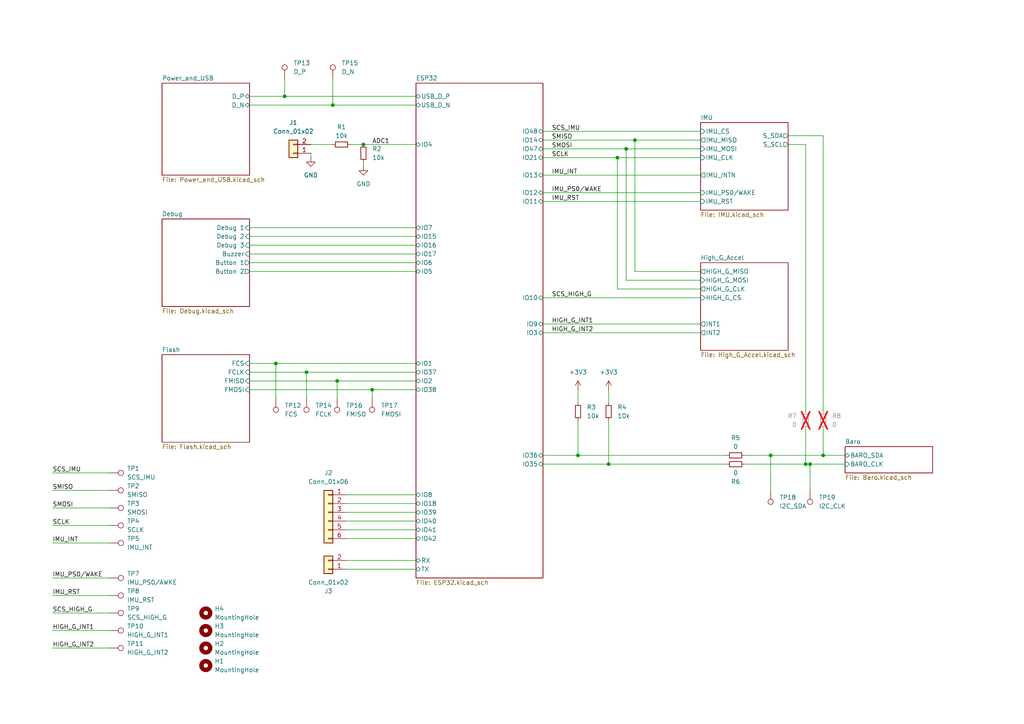
<source format=kicad_sch>
(kicad_sch (version 20231120) (generator "eeschema") (generator_version "8.0")
  (paper "A4")
  (lib_symbols
    (symbol "Connector:TestPoint" (pin_numbers hide) (pin_names (offset 0.762) hide)
      (property "Reference" "TP" (at 0 6.858 0))
      (property "Value" "TestPoint" (at 0 5.08 0))
      (symbol "TestPoint_0_1"
        (circle (center 0 3.302) (radius 0.762))
      )
      (symbol "TestPoint_1_1"
        (pin passive line (at 0 0 90) (length 2.54) (name "1") (number "1"))
      )
    )
    (symbol "Connector_Generic:Conn_01x02" (pin_names (offset 1.016) hide)
      (property "Reference" "J" (at 0 2.54 0))
      (property "Value" "Conn_01x02" (at 0 -5.08 0))
      (symbol "Conn_01x02_1_1"
        (rectangle (start -1.27 -2.413) (end 0 -2.667) (stroke (width 0.1524)))
        (rectangle (start -1.27 0.127) (end 0 -0.127) (stroke (width 0.1524)))
        (rectangle (start -1.27 1.27) (end 1.27 -3.81) (stroke (width 0.254)) (fill (type background)))
        (pin passive line (at -5.08 0 0) (length 3.81) (name "Pin_1") (number "1"))
        (pin passive line (at -5.08 -2.54 0) (length 3.81) (name "Pin_2") (number "2"))
      )
    )
    (symbol "Connector_Generic:Conn_01x06" (pin_names (offset 1.016) hide)
      (property "Reference" "J" (at 0 7.62 0))
      (property "Value" "Conn_01x06" (at 0 -10.16 0))
      (symbol "Conn_01x06_1_1"
        (rectangle (start -1.27 -7.493) (end 0 -7.747) (stroke (width 0.1524)))
        (rectangle (start -1.27 -4.953) (end 0 -5.207) (stroke (width 0.1524)))
        (rectangle (start -1.27 -2.413) (end 0 -2.667) (stroke (width 0.1524)))
        (rectangle (start -1.27 0.127) (end 0 -0.127) (stroke (width 0.1524)))
        (rectangle (start -1.27 2.667) (end 0 2.413) (stroke (width 0.1524)))
        (rectangle (start -1.27 5.207) (end 0 4.953) (stroke (width 0.1524)))
        (rectangle (start -1.27 6.35) (end 1.27 -8.89) (stroke (width 0.254)) (fill (type background)))
        (pin passive line (at -5.08 5.08 0) (length 3.81) (name "Pin_1") (number "1"))
        (pin passive line (at -5.08 2.54 0) (length 3.81) (name "Pin_2") (number "2"))
        (pin passive line (at -5.08 0 0) (length 3.81) (name "Pin_3") (number "3"))
        (pin passive line (at -5.08 -2.54 0) (length 3.81) (name "Pin_4") (number "4"))
        (pin passive line (at -5.08 -5.08 0) (length 3.81) (name "Pin_5") (number "5"))
        (pin passive line (at -5.08 -7.62 0) (length 3.81) (name "Pin_6") (number "6"))
      )
    )
    (symbol "Device:R_Small" (pin_numbers hide) (pin_names (offset 0.254) hide)
      (property "Reference" "R" (at 0.762 0.508 0))
      (property "Value" "R_Small" (at 0.762 -1.016 0))
      (symbol "R_Small_0_1"
        (rectangle (start -0.762 1.778) (end 0.762 -1.778) (stroke (width 0.2032)))
      )
      (symbol "R_Small_1_1"
        (pin passive line (at 0 2.54 270) (length 0.762) (name "~") (number "1"))
        (pin passive line (at 0 -2.54 90) (length 0.762) (name "~") (number "2"))
      )
    )
    (symbol "Mechanical:MountingHole" (pin_names (offset 1.016)) (exclude_from_sim yes) (in_bom no)
      (property "Reference" "H" (at 0 5.08 0))
      (property "Value" "MountingHole" (at 0 3.175 0))
      (symbol "MountingHole_0_1"
        (circle (center 0 0) (radius 1.27) (stroke (width 1.27)))
      )
    )
    (symbol "power:+3V3" (power) (pin_numbers hide) (pin_names (offset 0) hide)
      (property "Value" "+3V3" (at 0 3.556 0))
      (symbol "+3V3_0_1"
        (polyline (pts (xy -0.762 1.27) (xy 0 2.54)))
        (polyline (pts (xy 0 0) (xy 0 2.54)))
        (polyline (pts (xy 0 2.54) (xy 0.762 1.27)))
      )
      (symbol "+3V3_1_1"
        (pin power_in line (at 0 0 90) (length 0) (name "~") (number "1"))
      )
    )
    (symbol "power:GND" (power) (pin_numbers hide) (pin_names (offset 0) hide)
      (property "Value" "GND" (at 0 -3.81 0))
      (symbol "GND_0_1"
        (polyline (pts (xy 0 0) (xy 0 -1.27) (xy 1.27 -1.27) (xy 0 -2.54) (xy -1.27 -1.27) (xy 0 -1.27)))
      )
      (symbol "GND_1_1"
        (pin power_in line (at 0 0 270) (length 0) (name "~") (number "1"))
      )
    )
  )
  (junction (at 234.95 134.62))
  (junction (at 97.79 110.49))
  (junction (at 176.53 134.62))
  (junction (at 107.95 113.03))
  (junction (at 96.52 30.48))
  (junction (at 80.01 105.41))
  (junction (at 233.68 134.62))
  (junction (at 223.52 132.08))
  (junction (at 82.55 27.94))
  (junction (at 181.61 43.18))
  (junction (at 184.15 40.64))
  (junction (at 238.76 132.08))
  (junction (at 88.9 107.95))
  (junction (at 105.41 41.91))
  (junction (at 179.07 45.72))
  (junction (at 167.64 132.08))
  (wire (pts (xy 181.61 43.18) (xy 203.2 43.18)))
  (wire (pts (xy 234.95 134.62) (xy 234.95 142.24)))
  (wire (pts (xy 96.52 30.48) (xy 120.65 30.48)))
  (wire (pts (xy 88.9 107.95) (xy 88.9 115.57)))
  (wire (pts (xy 15.24 152.4) (xy 31.75 152.4)))
  (wire (pts (xy 179.07 45.72) (xy 203.2 45.72)))
  (wire (pts (xy 107.95 113.03) (xy 107.95 115.57)))
  (wire (pts (xy 15.24 187.96) (xy 31.75 187.96)))
  (wire (pts (xy 90.17 41.91) (xy 96.52 41.91)))
  (wire (pts (xy 107.95 113.03) (xy 120.65 113.03)))
  (wire (pts (xy 215.9 132.08) (xy 223.52 132.08)))
  (wire (pts (xy 157.48 45.72) (xy 179.07 45.72)))
  (wire (pts (xy 184.15 40.64) (xy 203.2 40.64)))
  (wire (pts (xy 203.2 81.28) (xy 181.61 81.28)))
  (wire (pts (xy 233.68 124.46) (xy 233.68 134.62)))
  (wire (pts (xy 100.33 148.59) (xy 120.65 148.59)))
  (wire (pts (xy 97.79 110.49) (xy 120.65 110.49)))
  (wire (pts (xy 184.15 78.74) (xy 203.2 78.74)))
  (wire (pts (xy 100.33 146.05) (xy 120.65 146.05)))
  (wire (pts (xy 157.48 40.64) (xy 184.15 40.64)))
  (wire (pts (xy 157.48 93.98) (xy 203.2 93.98)))
  (wire (pts (xy 15.24 157.48) (xy 31.75 157.48)))
  (wire (pts (xy 238.76 132.08) (xy 245.11 132.08)))
  (wire (pts (xy 72.39 78.74) (xy 120.65 78.74)))
  (wire (pts (xy 72.39 105.41) (xy 80.01 105.41)))
  (wire (pts (xy 157.48 58.42) (xy 203.2 58.42)))
  (wire (pts (xy 157.48 86.36) (xy 203.2 86.36)))
  (wire (pts (xy 72.39 27.94) (xy 82.55 27.94)))
  (wire (pts (xy 72.39 113.03) (xy 107.95 113.03)))
  (wire (pts (xy 184.15 40.64) (xy 184.15 78.74)))
  (wire (pts (xy 80.01 105.41) (xy 120.65 105.41)))
  (wire (pts (xy 223.52 132.08) (xy 238.76 132.08)))
  (wire (pts (xy 72.39 30.48) (xy 96.52 30.48)))
  (wire (pts (xy 82.55 27.94) (xy 120.65 27.94)))
  (wire (pts (xy 101.6 41.91) (xy 105.41 41.91)))
  (wire (pts (xy 233.68 134.62) (xy 234.95 134.62)))
  (wire (pts (xy 176.53 113.03) (xy 176.53 116.84)))
  (wire (pts (xy 167.64 132.08) (xy 210.82 132.08)))
  (wire (pts (xy 82.55 22.86) (xy 82.55 27.94)))
  (wire (pts (xy 203.2 83.82) (xy 179.07 83.82)))
  (wire (pts (xy 223.52 132.08) (xy 223.52 142.24)))
  (wire (pts (xy 72.39 71.12) (xy 120.65 71.12)))
  (wire (pts (xy 238.76 39.37) (xy 228.6 39.37)))
  (wire (pts (xy 215.9 134.62) (xy 233.68 134.62)))
  (wire (pts (xy 72.39 110.49) (xy 97.79 110.49)))
  (wire (pts (xy 157.48 134.62) (xy 176.53 134.62)))
  (wire (pts (xy 238.76 39.37) (xy 238.76 119.38)))
  (wire (pts (xy 233.68 41.91) (xy 228.6 41.91)))
  (wire (pts (xy 100.33 162.56) (xy 120.65 162.56)))
  (wire (pts (xy 238.76 124.46) (xy 238.76 132.08)))
  (wire (pts (xy 97.79 110.49) (xy 97.79 115.57)))
  (wire (pts (xy 100.33 153.67) (xy 120.65 153.67)))
  (wire (pts (xy 100.33 165.1) (xy 120.65 165.1)))
  (wire (pts (xy 157.48 50.8) (xy 203.2 50.8)))
  (wire (pts (xy 96.52 22.86) (xy 96.52 30.48)))
  (wire (pts (xy 100.33 156.21) (xy 120.65 156.21)))
  (wire (pts (xy 167.64 113.03) (xy 167.64 116.84)))
  (wire (pts (xy 72.39 107.95) (xy 88.9 107.95)))
  (wire (pts (xy 105.41 41.91) (xy 120.65 41.91)))
  (wire (pts (xy 234.95 134.62) (xy 245.11 134.62)))
  (wire (pts (xy 72.39 73.66) (xy 120.65 73.66)))
  (wire (pts (xy 176.53 134.62) (xy 210.82 134.62)))
  (wire (pts (xy 176.53 121.92) (xy 176.53 134.62)))
  (wire (pts (xy 80.01 105.41) (xy 80.01 115.57)))
  (wire (pts (xy 233.68 41.91) (xy 233.68 119.38)))
  (wire (pts (xy 15.24 147.32) (xy 31.75 147.32)))
  (wire (pts (xy 157.48 132.08) (xy 167.64 132.08)))
  (wire (pts (xy 157.48 96.52) (xy 203.2 96.52)))
  (wire (pts (xy 100.33 143.51) (xy 120.65 143.51)))
  (wire (pts (xy 100.33 151.13) (xy 120.65 151.13)))
  (wire (pts (xy 157.48 55.88) (xy 203.2 55.88)))
  (wire (pts (xy 15.24 177.8) (xy 31.75 177.8)))
  (wire (pts (xy 157.48 43.18) (xy 181.61 43.18)))
  (wire (pts (xy 72.39 68.58) (xy 120.65 68.58)))
  (wire (pts (xy 167.64 121.92) (xy 167.64 132.08)))
  (wire (pts (xy 105.41 46.99) (xy 105.41 48.26)))
  (wire (pts (xy 72.39 66.04) (xy 120.65 66.04)))
  (wire (pts (xy 181.61 81.28) (xy 181.61 43.18)))
  (wire (pts (xy 72.39 76.2) (xy 120.65 76.2)))
  (wire (pts (xy 15.24 167.64) (xy 31.75 167.64)))
  (wire (pts (xy 15.24 137.16) (xy 31.75 137.16)))
  (wire (pts (xy 179.07 83.82) (xy 179.07 45.72)))
  (wire (pts (xy 15.24 172.72) (xy 31.75 172.72)))
  (wire (pts (xy 88.9 107.95) (xy 120.65 107.95)))
  (wire (pts (xy 157.48 38.1) (xy 203.2 38.1)))
  (wire (pts (xy 15.24 182.88) (xy 31.75 182.88)))
  (wire (pts (xy 90.17 44.45) (xy 90.17 45.72)))
  (wire (pts (xy 15.24 142.24) (xy 31.75 142.24)))
  (label "IMU_RST" (at 160.02 58.42 0))
  (label "SCLK" (at 15.24 152.4 0))
  (label "IMU_RST" (at 15.24 172.72 0))
  (label "IMU_PS0{slash}WAKE" (at 160.02 55.88 0))
  (label "SCLK" (at 160.02 45.72 0))
  (label "SMOSI" (at 15.24 147.32 0))
  (label "SMOSI" (at 160.02 43.18 0))
  (label "IMU_PS0{slash}WAKE" (at 15.24 167.64 0))
  (label "SCS_IMU" (at 160.02 38.1 0))
  (label "SCS_HIGH_G" (at 15.24 177.8 0))
  (label "HIGH_G_INT2" (at 160.02 96.52 0))
  (label "HIGH_G_INT1" (at 160.02 93.98 0))
  (label "IMU_INT" (at 160.02 50.8 0))
  (label "SCS_IMU" (at 15.24 137.16 0))
  (label "HIGH_G_INT1" (at 15.24 182.88 0))
  (label "SCS_HIGH_G" (at 160.02 86.36 0))
  (label "ADC1" (at 107.95 41.91 0))
  (label "SMISO" (at 160.02 40.64 0))
  (label "HIGH_G_INT2" (at 15.24 187.96 0))
  (label "IMU_INT" (at 15.24 157.48 0))
  (label "SMISO" (at 15.24 142.24 0))
  (symbol (lib_id "Connector:TestPoint") (at 88.9 115.57 180) (unit 1)
    (property "Reference" "TP14" (at 91.44 117.6019 0) (effects (justify right)))
    (property "Value" "FCLK" (at 91.44 120.1419 0) (effects (justify right)))
    (property "Footprint" "TestPoint:TestPoint_Pad_D1.0mm" (effects (hide yes)))
    (property "Description" "test point" (effects (hide yes)))
  )
  (symbol (lib_id "Connector:TestPoint") (at 96.52 22.86 0) (unit 1)
    (property "Reference" "TP15" (at 99.06 18.2879 0) (effects (justify left)))
    (property "Value" "D_N" (at 99.06 20.8279 0) (effects (justify left)))
    (property "Footprint" "TestPoint:TestPoint_Pad_D1.0mm" (effects (hide yes)))
    (property "Description" "test point" (effects (hide yes)))
  )
  (symbol (lib_id "Connector:TestPoint") (at 31.75 142.24 270) (unit 1)
    (property "Reference" "TP2" (at 36.83 140.9699 90) (effects (justify left)))
    (property "Value" "SMISO" (at 36.83 143.5099 90) (effects (justify left)))
    (property "Footprint" "TestPoint:TestPoint_Pad_D1.0mm" (effects (hide yes)))
    (property "Description" "test point" (effects (hide yes)))
  )
  (symbol (lib_id "Connector:TestPoint") (at 107.95 115.57 180) (unit 1)
    (property "Reference" "TP17" (at 110.49 117.6019 0) (effects (justify right)))
    (property "Value" "FMOSI" (at 110.49 120.1419 0) (effects (justify right)))
    (property "Footprint" "TestPoint:TestPoint_Pad_D1.0mm" (effects (hide yes)))
    (property "Description" "test point" (effects (hide yes)))
  )
  (symbol (lib_id "Connector:TestPoint") (at 31.75 152.4 270) (unit 1)
    (property "Reference" "TP4" (at 36.83 151.1299 90) (effects (justify left)))
    (property "Value" "SCLK" (at 36.83 153.6699 90) (effects (justify left)))
    (property "Footprint" "TestPoint:TestPoint_Pad_D1.0mm" (effects (hide yes)))
    (property "Description" "test point" (effects (hide yes)))
  )
  (symbol (lib_id "Connector_Generic:Conn_01x02") (at 85.09 44.45 180) (unit 1)
    (property "Reference" "J1" (at 85.09 35.56 0))
    (property "Value" "Conn_01x02" (at 85.09 38.1 0))
    (property "Footprint" "Connector_PinHeader_2.54mm:PinHeader_1x02_P2.54mm_Vertical" (effects (hide yes)))
    (property "Description" "Generic connector, single row, 01x02, script generated (kicad-library-utils/schlib/autogen/connector/)" (effects (hide yes)))
  )
  (symbol (lib_id "Connector:TestPoint") (at 97.79 115.57 180) (unit 1)
    (property "Reference" "TP16" (at 100.33 117.6019 0) (effects (justify right)))
    (property "Value" "FMISO" (at 100.33 120.1419 0) (effects (justify right)))
    (property "Footprint" "TestPoint:TestPoint_Pad_D1.0mm" (effects (hide yes)))
    (property "Description" "test point" (effects (hide yes)))
  )
  (symbol (lib_id "power:+3V3") (at 176.53 113.03 0) (unit 1)
    (property "Reference" "#PWR04" (effects (hide yes)))
    (property "Value" "+3V3" (at 176.53 107.95 0))
    (property "Description" "Power symbol creates a global label with name \"+3V3\"" (effects (hide yes)))
  )
  (symbol (lib_id "Mechanical:MountingHole") (at 59.69 182.88 0) (unit 1) (exclude_from_sim yes) (in_bom no)
    (property "Reference" "H3" (at 62.23 181.6099 0) (effects (justify left)))
    (property "Value" "MountingHole" (at 62.23 184.1499 0) (effects (justify left)))
    (property "Footprint" "MountingHole:MountingHole_3.2mm_M3" (effects (hide yes)))
    (property "Description" "Mounting Hole without connection" (effects (hide yes)))
  )
  (symbol (lib_id "Connector:TestPoint") (at 31.75 157.48 270) (unit 1)
    (property "Reference" "TP5" (at 36.83 156.2099 90) (effects (justify left)))
    (property "Value" "IMU_INT" (at 36.83 158.7499 90) (effects (justify left)))
    (property "Footprint" "TestPoint:TestPoint_Pad_D1.0mm" (effects (hide yes)))
    (property "Description" "test point" (effects (hide yes)))
  )
  (symbol (lib_id "Connector:TestPoint") (at 31.75 172.72 270) (unit 1)
    (property "Reference" "TP8" (at 36.83 171.4499 90) (effects (justify left)))
    (property "Value" "IMU_RST" (at 36.83 173.9899 90) (effects (justify left)))
    (property "Footprint" "TestPoint:TestPoint_Pad_D1.0mm" (effects (hide yes)))
    (property "Description" "test point" (effects (hide yes)))
  )
  (symbol (lib_id "Connector:TestPoint") (at 234.95 142.24 180) (unit 1)
    (property "Reference" "TP19" (at 237.49 144.2719 0) (effects (justify right)))
    (property "Value" "I2C_CLK" (at 237.49 146.8119 0) (effects (justify right)))
    (property "Footprint" "TestPoint:TestPoint_Pad_D1.0mm" (effects (hide yes)))
    (property "Description" "test point" (effects (hide yes)))
  )
  (symbol (lib_id "Device:R_Small") (at 99.06 41.91 90) (unit 1)
    (property "Reference" "R1" (at 99.06 36.83 90))
    (property "Value" "10k" (at 99.06 39.37 90))
    (property "Footprint" "Resistor_SMD:R_0603_1608Metric" (effects (hide yes)))
    (property "Description" "Resistor, small symbol" (effects (hide yes)))
  )
  (symbol (lib_id "Mechanical:MountingHole") (at 59.69 187.96 0) (unit 1) (exclude_from_sim yes) (in_bom no)
    (property "Reference" "H2" (at 62.23 186.6899 0) (effects (justify left)))
    (property "Value" "MountingHole" (at 62.23 189.2299 0) (effects (justify left)))
    (property "Footprint" "MountingHole:MountingHole_3.2mm_M3" (effects (hide yes)))
    (property "Description" "Mounting Hole without connection" (effects (hide yes)))
  )
  (symbol (lib_id "Connector_Generic:Conn_01x02") (at 95.25 165.1 180) (unit 1)
    (property "Reference" "J3" (at 95.25 171.45 0))
    (property "Value" "Conn_01x02" (at 95.25 168.91 0))
    (property "Footprint" "Connector_PinHeader_2.54mm:PinHeader_1x02_P2.54mm_Vertical" (effects (hide yes)))
    (property "Description" "Generic connector, single row, 01x02, script generated (kicad-library-utils/schlib/autogen/connector/)" (effects (hide yes)))
  )
  (symbol (lib_id "Device:R_Small") (at 233.68 121.92 0) (mirror x) (unit 1) (dnp yes)
    (property "Reference" "R7" (at 231.14 120.6499 0) (effects (justify right)))
    (property "Value" "0" (at 231.14 123.1899 0) (effects (justify right)))
    (property "Footprint" "Resistor_SMD:R_0603_1608Metric" (effects (hide yes)))
    (property "Description" "Resistor, small symbol" (effects (hide yes)))
  )
  (symbol (lib_id "Connector:TestPoint") (at 223.52 142.24 180) (unit 1)
    (property "Reference" "TP18" (at 226.06 144.2719 0) (effects (justify right)))
    (property "Value" "I2C_SDA" (at 226.06 146.8119 0) (effects (justify right)))
    (property "Footprint" "TestPoint:TestPoint_Pad_D1.0mm" (effects (hide yes)))
    (property "Description" "test point" (effects (hide yes)))
  )
  (symbol (lib_id "Mechanical:MountingHole") (at 59.69 177.8 0) (unit 1) (exclude_from_sim yes) (in_bom no)
    (property "Reference" "H4" (at 62.23 176.5299 0) (effects (justify left)))
    (property "Value" "MountingHole" (at 62.23 179.0699 0) (effects (justify left)))
    (property "Footprint" "MountingHole:MountingHole_3.2mm_M3" (effects (hide yes)))
    (property "Description" "Mounting Hole without connection" (effects (hide yes)))
  )
  (symbol (lib_id "Connector:TestPoint") (at 80.01 115.57 180) (unit 1)
    (property "Reference" "TP12" (at 82.55 117.6019 0) (effects (justify right)))
    (property "Value" "FCS" (at 82.55 120.1419 0) (effects (justify right)))
    (property "Footprint" "TestPoint:TestPoint_Pad_D1.0mm" (effects (hide yes)))
    (property "Description" "test point" (effects (hide yes)))
  )
  (symbol (lib_id "Connector:TestPoint") (at 31.75 187.96 270) (unit 1)
    (property "Reference" "TP11" (at 36.83 186.6899 90) (effects (justify left)))
    (property "Value" "HIGH_G_INT2" (at 36.83 189.2299 90) (effects (justify left)))
    (property "Footprint" "TestPoint:TestPoint_Pad_D1.0mm" (effects (hide yes)))
    (property "Description" "test point" (effects (hide yes)))
  )
  (symbol (lib_id "Connector:TestPoint") (at 31.75 177.8 270) (unit 1)
    (property "Reference" "TP9" (at 36.83 176.5299 90) (effects (justify left)))
    (property "Value" "SCS_HIGH_G" (at 36.83 179.0699 90) (effects (justify left)))
    (property "Footprint" "TestPoint:TestPoint_Pad_D1.0mm" (effects (hide yes)))
    (property "Description" "test point" (effects (hide yes)))
  )
  (symbol (lib_id "Connector:TestPoint") (at 31.75 137.16 270) (unit 1)
    (property "Reference" "TP1" (at 36.83 135.8899 90) (effects (justify left)))
    (property "Value" "SCS_IMU" (at 36.83 138.4299 90) (effects (justify left)))
    (property "Footprint" "TestPoint:TestPoint_Pad_D1.0mm" (effects (hide yes)))
    (property "Description" "test point" (effects (hide yes)))
  )
  (symbol (lib_id "Connector:TestPoint") (at 31.75 167.64 270) (unit 1)
    (property "Reference" "TP7" (at 36.83 166.3699 90) (effects (justify left)))
    (property "Value" "IMU_PS0/AWKE" (at 36.83 168.9099 90) (effects (justify left)))
    (property "Footprint" "TestPoint:TestPoint_Pad_D1.0mm" (effects (hide yes)))
    (property "Description" "test point" (effects (hide yes)))
  )
  (symbol (lib_id "Mechanical:MountingHole") (at 59.69 193.04 0) (unit 1) (exclude_from_sim yes) (in_bom no)
    (property "Reference" "H1" (at 62.23 191.7699 0) (effects (justify left)))
    (property "Value" "MountingHole" (at 62.23 194.3099 0) (effects (justify left)))
    (property "Footprint" "MountingHole:MountingHole_3.2mm_M3" (effects (hide yes)))
    (property "Description" "Mounting Hole without connection" (effects (hide yes)))
  )
  (symbol (lib_id "power:GND") (at 90.17 45.72 0) (unit 1)
    (property "Reference" "#PWR01" (effects (hide yes)))
    (property "Value" "GND" (at 90.17 50.8 0))
    (property "Description" "Power symbol creates a global label with name \"GND\" , ground" (effects (hide yes)))
  )
  (symbol (lib_id "Connector:TestPoint") (at 31.75 147.32 270) (unit 1)
    (property "Reference" "TP3" (at 36.83 146.0499 90) (effects (justify left)))
    (property "Value" "SMOSI" (at 36.83 148.5899 90) (effects (justify left)))
    (property "Footprint" "TestPoint:TestPoint_Pad_D1.0mm" (effects (hide yes)))
    (property "Description" "test point" (effects (hide yes)))
  )
  (symbol (lib_id "Device:R_Small") (at 176.53 119.38 0) (unit 1)
    (property "Reference" "R4" (at 179.07 118.1099 0) (effects (justify left)))
    (property "Value" "10k" (at 179.07 120.6499 0) (effects (justify left)))
    (property "Footprint" "Resistor_SMD:R_0603_1608Metric" (effects (hide yes)))
    (property "Description" "Resistor, small symbol" (effects (hide yes)))
  )
  (symbol (lib_id "Connector_Generic:Conn_01x06") (at 95.25 148.59 0) (mirror y) (unit 1)
    (property "Reference" "J2" (at 95.25 137.16 0))
    (property "Value" "Conn_01x06" (at 95.25 139.7 0))
    (property "Footprint" "Connector_PinHeader_2.54mm:PinHeader_1x06_P2.54mm_Vertical" (effects (hide yes)))
    (property "Description" "Generic connector, single row, 01x06, script generated (kicad-library-utils/schlib/autogen/connector/)" (effects (hide yes)))
  )
  (symbol (lib_id "Connector:TestPoint") (at 31.75 182.88 270) (unit 1)
    (property "Reference" "TP10" (at 36.83 181.6099 90) (effects (justify left)))
    (property "Value" "HIGH_G_INT1" (at 36.83 184.1499 90) (effects (justify left)))
    (property "Footprint" "TestPoint:TestPoint_Pad_D1.0mm" (effects (hide yes)))
    (property "Description" "test point" (effects (hide yes)))
  )
  (symbol (lib_id "Device:R_Small") (at 167.64 119.38 0) (unit 1)
    (property "Reference" "R3" (at 170.18 118.1099 0) (effects (justify left)))
    (property "Value" "10k" (at 170.18 120.6499 0) (effects (justify left)))
    (property "Footprint" "Resistor_SMD:R_0603_1608Metric" (effects (hide yes)))
    (property "Description" "Resistor, small symbol" (effects (hide yes)))
  )
  (symbol (lib_id "Device:R_Small") (at 238.76 121.92 180) (unit 1) (dnp yes)
    (property "Reference" "R8" (at 241.3 120.6499 0) (effects (justify right)))
    (property "Value" "0" (at 241.3 123.1899 0) (effects (justify right)))
    (property "Footprint" "Resistor_SMD:R_0603_1608Metric" (effects (hide yes)))
    (property "Description" "Resistor, small symbol" (effects (hide yes)))
  )
  (symbol (lib_id "power:GND") (at 105.41 48.26 0) (unit 1)
    (property "Reference" "#PWR02" (effects (hide yes)))
    (property "Value" "GND" (at 105.41 53.34 0))
    (property "Description" "Power symbol creates a global label with name \"GND\" , ground" (effects (hide yes)))
  )
  (symbol (lib_id "Device:R_Small") (at 213.36 132.08 90) (unit 1)
    (property "Reference" "R5" (at 213.36 127 90))
    (property "Value" "0" (at 213.36 129.54 90))
    (property "Footprint" "Resistor_SMD:R_0603_1608Metric" (effects (hide yes)))
    (property "Description" "Resistor, small symbol" (effects (hide yes)))
  )
  (symbol (lib_id "Device:R_Small") (at 213.36 134.62 90) (mirror x) (unit 1)
    (property "Reference" "R6" (at 213.36 139.7 90))
    (property "Value" "0" (at 213.36 137.16 90))
    (property "Footprint" "Resistor_SMD:R_0603_1608Metric" (effects (hide yes)))
    (property "Description" "Resistor, small symbol" (effects (hide yes)))
  )
  (symbol (lib_id "Connector:TestPoint") (at 82.55 22.86 0) (unit 1)
    (property "Reference" "TP13" (at 85.09 18.2879 0) (effects (justify left)))
    (property "Value" "D_P" (at 85.09 20.8279 0) (effects (justify left)))
    (property "Footprint" "TestPoint:TestPoint_Pad_D1.0mm" (effects (hide yes)))
    (property "Description" "test point" (effects (hide yes)))
  )
  (symbol (lib_id "Device:R_Small") (at 105.41 44.45 0) (unit 1)
    (property "Reference" "R2" (at 107.95 43.1799 0) (effects (justify left)))
    (property "Value" "10k" (at 107.95 45.7199 0) (effects (justify left)))
    (property "Footprint" "Resistor_SMD:R_0603_1608Metric" (effects (hide yes)))
    (property "Description" "Resistor, small symbol" (effects (hide yes)))
  )
  (symbol (lib_id "power:+3V3") (at 167.64 113.03 0) (unit 1)
    (property "Reference" "#PWR03" (effects (hide yes)))
    (property "Value" "+3V3" (at 167.64 107.95 0))
    (property "Description" "Power symbol creates a global label with name \"+3V3\"" (effects (hide yes)))
  )
  (sheet (at 46.99 102.87) (size 25.4 25.4) (stroke (width 0.1524))
    (property "Sheetname" "Flash" (at 46.99 102.1584 0) (effects (justify left bottom)))
    (property "Sheetfile" "Flash.kicad_sch" (at 46.99 128.8546 0) (effects (justify left top)))
    (pin "FCLK" input (at 72.39 107.95 0))
    (pin "FMISO" input (at 72.39 110.49 0))
    (pin "FCS" input (at 72.39 105.41 0))
    (pin "FMOSI" input (at 72.39 113.03 0))
  )
  (sheet (at 203.2 76.2) (size 25.4 25.4) (stroke (width 0.1524))
    (property "Sheetname" "High_G_Accel" (at 203.2 75.4884 0) (effects (justify left bottom)))
    (property "Sheetfile" "High_G_Accel.kicad_sch" (at 203.2 102.1846 0) (effects (justify left top)))
    (pin "HIGH_G_CS" input (at 203.2 86.36 180))
    (pin "HIGH_G_MISO" output (at 203.2 78.74 180))
    (pin "HIGH_G_MOSI" input (at 203.2 81.28 180))
    (pin "HIGH_G_CLK" output (at 203.2 83.82 180))
    (pin "INT1" output (at 203.2 93.98 180))
    (pin "INT2" output (at 203.2 96.52 180))
  )
  (sheet (at 120.65 24.13) (size 36.83 143.51) (stroke (width 0.1524))
    (property "Sheetname" "ESP32" (at 120.65 23.4184 0) (effects (justify left bottom)))
    (property "Sheetfile" "ESP32.kicad_sch" (at 120.65 168.2246 0) (effects (justify left top)))
    (pin "IO47" bidirectional (at 157.48 43.18 0))
    (pin "IO48" bidirectional (at 157.48 38.1 0))
    (pin "IO39" bidirectional (at 120.65 148.59 180))
    (pin "IO41" bidirectional (at 120.65 153.67 180))
    (pin "IO40" bidirectional (at 120.65 151.13 180))
    (pin "IO37" bidirectional (at 120.65 107.95 180))
    (pin "IO38" bidirectional (at 120.65 113.03 180))
    (pin "IO42" bidirectional (at 120.65 156.21 180))
    (pin "IO36" bidirectional (at 157.48 132.08 0))
    (pin "USB_D_P" bidirectional (at 120.65 27.94 180))
    (pin "USB_D_N" bidirectional (at 120.65 30.48 180))
    (pin "IO21" bidirectional (at 157.48 45.72 0))
    (pin "IO35" bidirectional (at 157.48 134.62 0))
    (pin "IO9" bidirectional (at 157.48 93.98 0))
    (pin "IO8" bidirectional (at 120.65 143.51 180))
    (pin "IO7" bidirectional (at 120.65 66.04 180))
    (pin "IO11" bidirectional (at 157.48 58.42 0))
    (pin "IO10" bidirectional (at 157.48 86.36 0))
    (pin "IO12" bidirectional (at 157.48 55.88 0))
    (pin "IO14" bidirectional (at 157.48 40.64 0))
    (pin "IO13" bidirectional (at 157.48 50.8 0))
    (pin "IO15" bidirectional (at 120.65 68.58 180))
    (pin "IO16" bidirectional (at 120.65 71.12 180))
    (pin "IO4" bidirectional (at 120.65 41.91 180))
    (pin "IO6" bidirectional (at 120.65 76.2 180))
    (pin "IO5" bidirectional (at 120.65 78.74 180))
    (pin "IO2" bidirectional (at 120.65 110.49 180))
    (pin "IO1" bidirectional (at 120.65 105.41 180))
    (pin "RX" bidirectional (at 120.65 162.56 180))
    (pin "IO17" bidirectional (at 120.65 73.66 180))
    (pin "IO18" bidirectional (at 120.65 146.05 180))
    (pin "TX" bidirectional (at 120.65 165.1 180))
    (pin "IO3" bidirectional (at 157.48 96.52 0))
  )
  (sheet (at 245.11 129.54) (size 25.4 7.62) (stroke (width 0.1524))
    (property "Sheetname" "Baro" (at 245.11 128.8284 0) (effects (justify left bottom)))
    (property "Sheetfile" "Baro.kicad_sch" (at 245.11 137.7446 0) (effects (justify left top)))
    (pin "BARO_SDA" bidirectional (at 245.11 132.08 180))
    (pin "BARO_CLK" input (at 245.11 134.62 180))
  )
  (sheet (at 46.99 63.5) (size 25.4 25.4) (stroke (width 0.1524))
    (property "Sheetname" "Debug" (at 46.99 62.7884 0) (effects (justify left bottom)))
    (property "Sheetfile" "Debug.kicad_sch" (at 46.99 89.4846 0) (effects (justify left top)))
    (pin "Debug 3" input (at 72.39 71.12 0))
    (pin "Debug 2" input (at 72.39 68.58 0))
    (pin "Debug 1" input (at 72.39 66.04 0))
    (pin "Buzzer" input (at 72.39 73.66 0))
    (pin "Button 1" output (at 72.39 76.2 0))
    (pin "Button 2" output (at 72.39 78.74 0))
  )
  (sheet (at 46.99 24.13) (size 25.4 26.67) (stroke (width 0.1524))
    (property "Sheetname" "Power_and_USB" (at 46.99 23.4184 0) (effects (justify left bottom)))
    (property "Sheetfile" "Power_and_USB.kicad_sch" (at 46.99 51.3846 0) (effects (justify left top)))
    (pin "D_P" bidirectional (at 72.39 27.94 0))
    (pin "D_N" bidirectional (at 72.39 30.48 0))
  )
  (sheet (at 203.2 35.56) (size 25.4 25.4) (stroke (width 0.1524))
    (property "Sheetname" "IMU" (at 203.2 34.8484 0) (effects (justify left bottom)))
    (property "Sheetfile" "IMU.kicad_sch" (at 203.2 61.5446 0) (effects (justify left top)))
    (pin "IMU_CLK" input (at 203.2 45.72 180))
    (pin "IMU_MOSI" input (at 203.2 43.18 180))
    (pin "IMU_MISO" output (at 203.2 40.64 180))
    (pin "IMU_INTN" output (at 203.2 50.8 180))
    (pin "IMU_PS0{slash}WAKE" input (at 203.2 55.88 180))
    (pin "IMU_CS" input (at 203.2 38.1 180))
    (pin "S_SDA" output (at 228.6 39.37 0))
    (pin "S_SCL" output (at 228.6 41.91 0))
    (pin "IMU_RST" input (at 203.2 58.42 180))
  )
)
</source>
